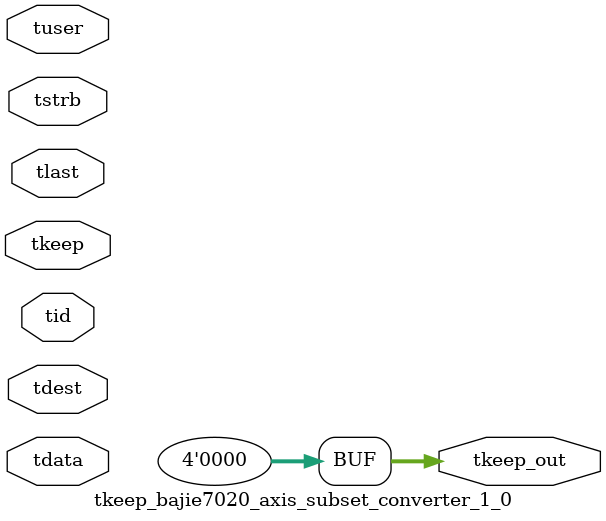
<source format=v>


`timescale 1ps/1ps

module tkeep_bajie7020_axis_subset_converter_1_0 #
(
parameter C_S_AXIS_TDATA_WIDTH = 32,
parameter C_S_AXIS_TUSER_WIDTH = 0,
parameter C_S_AXIS_TID_WIDTH   = 0,
parameter C_S_AXIS_TDEST_WIDTH = 0,
parameter C_M_AXIS_TDATA_WIDTH = 32
)
(
input  [(C_S_AXIS_TDATA_WIDTH == 0 ? 1 : C_S_AXIS_TDATA_WIDTH)-1:0     ] tdata,
input  [(C_S_AXIS_TUSER_WIDTH == 0 ? 1 : C_S_AXIS_TUSER_WIDTH)-1:0     ] tuser,
input  [(C_S_AXIS_TID_WIDTH   == 0 ? 1 : C_S_AXIS_TID_WIDTH)-1:0       ] tid,
input  [(C_S_AXIS_TDEST_WIDTH == 0 ? 1 : C_S_AXIS_TDEST_WIDTH)-1:0     ] tdest,
input  [(C_S_AXIS_TDATA_WIDTH/8)-1:0 ] tkeep,
input  [(C_S_AXIS_TDATA_WIDTH/8)-1:0 ] tstrb,
input                                                                    tlast,
output [(C_M_AXIS_TDATA_WIDTH/8)-1:0 ] tkeep_out
);

assign tkeep_out = {1'b0};

endmodule


</source>
